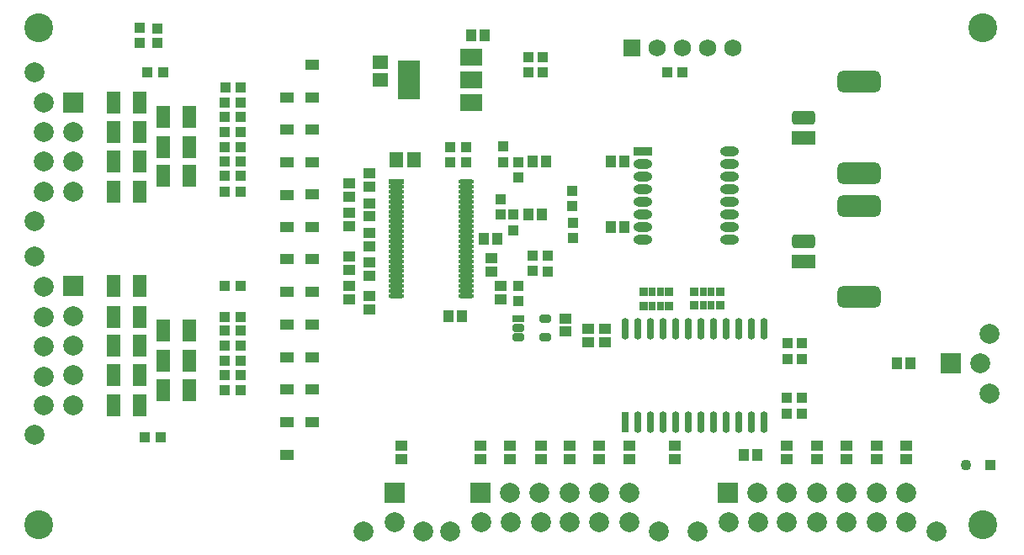
<source format=gts>
G04*
G04 #@! TF.GenerationSoftware,Altium Limited,Altium Designer,18.1.9 (240)*
G04*
G04 Layer_Color=8388736*
%FSLAX25Y25*%
%MOIN*%
G70*
G01*
G75*
%ADD41R,0.04143X0.04537*%
%ADD42R,0.04537X0.04143*%
%ADD43R,0.05603X0.04383*%
%ADD44O,0.07493X0.03792*%
%ADD45R,0.07493X0.03792*%
%ADD46R,0.04147X0.04147*%
%ADD47R,0.05288X0.08792*%
%ADD48R,0.03950X0.03950*%
%ADD49R,0.04147X0.04147*%
%ADD50R,0.06312X0.05328*%
%ADD51R,0.08674X0.15761*%
%ADD52R,0.08674X0.06706*%
%ADD53O,0.06115X0.01981*%
%ADD54R,0.06115X0.01981*%
%ADD55R,0.05328X0.06312*%
%ADD56R,0.03320X0.03556*%
%ADD57R,0.02769X0.03556*%
%ADD58R,0.02965X0.08477*%
%ADD59O,0.02965X0.08477*%
%ADD60R,0.04737X0.03162*%
G04:AMPARAMS|DCode=61|XSize=31.62mil|YSize=47.37mil|CornerRadius=9.91mil|HoleSize=0mil|Usage=FLASHONLY|Rotation=90.000|XOffset=0mil|YOffset=0mil|HoleType=Round|Shape=RoundedRectangle|*
%AMROUNDEDRECTD61*
21,1,0.03162,0.02756,0,0,90.0*
21,1,0.01181,0.04737,0,0,90.0*
1,1,0.01981,0.01378,0.00591*
1,1,0.01981,0.01378,-0.00591*
1,1,0.01981,-0.01378,-0.00591*
1,1,0.01981,-0.01378,0.00591*
%
%ADD61ROUNDEDRECTD61*%
G04:AMPARAMS|DCode=62|XSize=86.74mil|YSize=173.35mil|CornerRadius=23.68mil|HoleSize=0mil|Usage=FLASHONLY|Rotation=90.000|XOffset=0mil|YOffset=0mil|HoleType=Round|Shape=RoundedRectangle|*
%AMROUNDEDRECTD62*
21,1,0.08674,0.12598,0,0,90.0*
21,1,0.03937,0.17335,0,0,90.0*
1,1,0.04737,0.06299,0.01968*
1,1,0.04737,0.06299,-0.01968*
1,1,0.04737,-0.06299,-0.01968*
1,1,0.04737,-0.06299,0.01968*
%
%ADD62ROUNDEDRECTD62*%
%ADD63R,0.09461X0.05524*%
G04:AMPARAMS|DCode=64|XSize=55.24mil|YSize=94.61mil|CornerRadius=15.81mil|HoleSize=0mil|Usage=FLASHONLY|Rotation=90.000|XOffset=0mil|YOffset=0mil|HoleType=Round|Shape=RoundedRectangle|*
%AMROUNDEDRECTD64*
21,1,0.05524,0.06299,0,0,90.0*
21,1,0.02362,0.09461,0,0,90.0*
1,1,0.03162,0.03150,0.01181*
1,1,0.03162,0.03150,-0.01181*
1,1,0.03162,-0.03150,-0.01181*
1,1,0.03162,-0.03150,0.01181*
%
%ADD64ROUNDEDRECTD64*%
%ADD65C,0.06800*%
%ADD66R,0.06800X0.06800*%
%ADD67C,0.07887*%
%ADD68R,0.07887X0.07887*%
%ADD69R,0.07887X0.07887*%
%ADD70R,0.04343X0.04343*%
%ADD71C,0.04343*%
%ADD72C,0.11430*%
D41*
X186516Y203740D02*
D03*
X181201D02*
D03*
X241831Y127717D02*
D03*
X236516D02*
D03*
X241831Y153543D02*
D03*
X236516D02*
D03*
X289173Y37402D02*
D03*
X294488D02*
D03*
X349803Y73819D02*
D03*
X355118D02*
D03*
X172244Y92520D02*
D03*
X177559D02*
D03*
X186054Y123031D02*
D03*
X191368D02*
D03*
X203740Y132717D02*
D03*
X209055D02*
D03*
X205610Y153543D02*
D03*
X210925D02*
D03*
D42*
X353543Y35728D02*
D03*
Y41043D02*
D03*
X341732Y35728D02*
D03*
Y41043D02*
D03*
X329921Y35728D02*
D03*
Y41043D02*
D03*
X318110Y35728D02*
D03*
Y41043D02*
D03*
X306299Y35728D02*
D03*
Y41043D02*
D03*
X261811Y35728D02*
D03*
Y41043D02*
D03*
X243701Y35728D02*
D03*
Y41043D02*
D03*
X231890Y35728D02*
D03*
Y41043D02*
D03*
X220079Y35728D02*
D03*
Y41043D02*
D03*
X208661Y35728D02*
D03*
Y41043D02*
D03*
X196457Y35728D02*
D03*
Y41043D02*
D03*
X184646Y35728D02*
D03*
Y41043D02*
D03*
X153543Y35728D02*
D03*
Y41043D02*
D03*
X132874Y139764D02*
D03*
Y145079D02*
D03*
X140748Y131890D02*
D03*
Y137205D02*
D03*
X132874Y127953D02*
D03*
Y133268D02*
D03*
X140748Y120079D02*
D03*
Y125394D02*
D03*
X132874Y116142D02*
D03*
Y110827D02*
D03*
X140748Y108268D02*
D03*
Y113583D02*
D03*
X132874Y104331D02*
D03*
Y99016D02*
D03*
X140748Y100394D02*
D03*
Y95079D02*
D03*
X192913Y104331D02*
D03*
Y99016D02*
D03*
X188976Y115335D02*
D03*
Y110020D02*
D03*
X234272Y87303D02*
D03*
Y81988D02*
D03*
X227362Y87303D02*
D03*
Y81988D02*
D03*
X218504Y91535D02*
D03*
Y86221D02*
D03*
X140748Y149016D02*
D03*
Y143701D02*
D03*
D43*
X118110Y50315D02*
D03*
Y63228D02*
D03*
Y76142D02*
D03*
Y89055D02*
D03*
Y101969D02*
D03*
Y114882D02*
D03*
Y127795D02*
D03*
Y140709D02*
D03*
Y153386D02*
D03*
Y166299D02*
D03*
Y179134D02*
D03*
Y192047D02*
D03*
X108268Y37402D02*
D03*
Y50315D02*
D03*
Y63228D02*
D03*
Y76142D02*
D03*
Y89055D02*
D03*
Y101969D02*
D03*
Y114882D02*
D03*
Y127795D02*
D03*
Y140472D02*
D03*
Y153386D02*
D03*
Y166220D02*
D03*
Y179134D02*
D03*
D44*
X283465Y127717D02*
D03*
Y137716D02*
D03*
Y142717D02*
D03*
Y147716D02*
D03*
Y152717D02*
D03*
Y157717D02*
D03*
X249016Y122716D02*
D03*
Y127717D02*
D03*
Y132717D02*
D03*
Y137716D02*
D03*
Y142717D02*
D03*
Y152717D02*
D03*
Y147716D02*
D03*
X283465Y122716D02*
D03*
Y132717D02*
D03*
D45*
X249016Y157717D02*
D03*
D46*
X83661Y183071D02*
D03*
X89764D02*
D03*
X89665Y177165D02*
D03*
X83563D02*
D03*
X52953Y188976D02*
D03*
X59055D02*
D03*
X51876Y44291D02*
D03*
X57979D02*
D03*
X264764Y188976D02*
D03*
X258661D02*
D03*
X83563Y62992D02*
D03*
X89665D02*
D03*
X83563Y68898D02*
D03*
X89665D02*
D03*
X83563Y74803D02*
D03*
X89665D02*
D03*
X83563Y86614D02*
D03*
X89665D02*
D03*
X83563Y80709D02*
D03*
X89665D02*
D03*
X83563Y92126D02*
D03*
X89665D02*
D03*
X83563Y104331D02*
D03*
X89665D02*
D03*
X83563Y141732D02*
D03*
X89665D02*
D03*
X83563Y147963D02*
D03*
X89665D02*
D03*
X83563Y153543D02*
D03*
X89665D02*
D03*
X83563Y159449D02*
D03*
X89665D02*
D03*
X83563Y165354D02*
D03*
X89665D02*
D03*
X83563Y171260D02*
D03*
X89665D02*
D03*
D47*
X59055Y159449D02*
D03*
X69528D02*
D03*
X59055Y147963D02*
D03*
X69528D02*
D03*
X59055Y62992D02*
D03*
X69528D02*
D03*
X59055Y86614D02*
D03*
X69528D02*
D03*
X39370Y68898D02*
D03*
X49843D02*
D03*
X39370Y92126D02*
D03*
X49843D02*
D03*
X39370Y141732D02*
D03*
X49843D02*
D03*
X39370Y57087D02*
D03*
X49843D02*
D03*
X59055Y74803D02*
D03*
X69528D02*
D03*
X39370Y80709D02*
D03*
X49843D02*
D03*
X39370Y104331D02*
D03*
X49843D02*
D03*
Y165354D02*
D03*
X39370D02*
D03*
X49843Y153543D02*
D03*
X39370D02*
D03*
X69528Y171260D02*
D03*
X59055D02*
D03*
X49843Y177165D02*
D03*
X39370D02*
D03*
D48*
X209449Y188976D02*
D03*
Y194882D02*
D03*
X56732Y200590D02*
D03*
Y206496D02*
D03*
D49*
X203740Y195079D02*
D03*
Y188976D02*
D03*
X49843Y206693D02*
D03*
Y200591D02*
D03*
X178974Y159323D02*
D03*
Y153221D02*
D03*
X172668Y159323D02*
D03*
Y153221D02*
D03*
X205610Y110236D02*
D03*
Y116339D02*
D03*
X211614Y116240D02*
D03*
Y110138D02*
D03*
X199803Y104537D02*
D03*
Y98435D02*
D03*
X197835Y126457D02*
D03*
Y132559D02*
D03*
X192913D02*
D03*
Y138661D02*
D03*
X193898Y153445D02*
D03*
Y159547D02*
D03*
X199803Y147215D02*
D03*
Y153317D02*
D03*
X221260Y142028D02*
D03*
Y135925D02*
D03*
X221457Y123406D02*
D03*
Y129508D02*
D03*
X306102Y53839D02*
D03*
Y59941D02*
D03*
X312008Y53839D02*
D03*
Y59941D02*
D03*
X306575Y81595D02*
D03*
Y75492D02*
D03*
X312008Y81595D02*
D03*
Y75492D02*
D03*
D50*
X145079Y192913D02*
D03*
Y186024D02*
D03*
D51*
X156496D02*
D03*
D52*
X181299Y195079D02*
D03*
Y186024D02*
D03*
Y176969D02*
D03*
D53*
X179134Y100394D02*
D03*
Y102362D02*
D03*
Y104331D02*
D03*
Y106299D02*
D03*
Y108268D02*
D03*
Y110236D02*
D03*
Y112205D02*
D03*
Y114173D02*
D03*
Y116142D02*
D03*
Y118110D02*
D03*
Y120079D02*
D03*
Y122047D02*
D03*
Y124016D02*
D03*
Y125984D02*
D03*
Y127953D02*
D03*
Y129921D02*
D03*
Y131890D02*
D03*
Y133858D02*
D03*
Y135827D02*
D03*
Y137795D02*
D03*
Y139764D02*
D03*
Y141732D02*
D03*
Y143701D02*
D03*
Y145669D02*
D03*
X151575Y100394D02*
D03*
Y102362D02*
D03*
Y104331D02*
D03*
Y106299D02*
D03*
Y108268D02*
D03*
Y110236D02*
D03*
Y112205D02*
D03*
Y114173D02*
D03*
Y116142D02*
D03*
Y118110D02*
D03*
Y120079D02*
D03*
Y122047D02*
D03*
Y124016D02*
D03*
Y125984D02*
D03*
Y127953D02*
D03*
Y129921D02*
D03*
Y131890D02*
D03*
Y133858D02*
D03*
Y135827D02*
D03*
Y137795D02*
D03*
Y139764D02*
D03*
Y141732D02*
D03*
Y143701D02*
D03*
D54*
Y145669D02*
D03*
D55*
X158465Y154528D02*
D03*
X151575D02*
D03*
D56*
X279646Y102165D02*
D03*
X269567D02*
D03*
X279646Y96653D02*
D03*
X269567D02*
D03*
X259567Y101969D02*
D03*
X249488D02*
D03*
X259567Y96457D02*
D03*
X249488D02*
D03*
D57*
X276181Y102165D02*
D03*
X273031D02*
D03*
X276181Y96653D02*
D03*
X273031D02*
D03*
X256102Y101969D02*
D03*
X252953D02*
D03*
X256102Y96457D02*
D03*
X252953D02*
D03*
D58*
X242185Y50394D02*
D03*
D59*
X247185D02*
D03*
X252185D02*
D03*
X257185D02*
D03*
X262185D02*
D03*
X267185D02*
D03*
X272185D02*
D03*
X277185D02*
D03*
X282185D02*
D03*
X287185D02*
D03*
X292185D02*
D03*
X297185D02*
D03*
X242185Y87402D02*
D03*
X247185D02*
D03*
X252185D02*
D03*
X257185D02*
D03*
X262185D02*
D03*
X267185D02*
D03*
X272185D02*
D03*
X277185D02*
D03*
X282185D02*
D03*
X287185D02*
D03*
X292185D02*
D03*
X297185D02*
D03*
D60*
X199803Y91535D02*
D03*
D61*
Y87795D02*
D03*
Y84055D02*
D03*
X210630D02*
D03*
Y91535D02*
D03*
D62*
X334646Y136142D02*
D03*
Y99921D02*
D03*
Y185236D02*
D03*
Y149016D02*
D03*
D63*
X312677Y114094D02*
D03*
Y163189D02*
D03*
D64*
Y121968D02*
D03*
Y171063D02*
D03*
D65*
X284764Y198819D02*
D03*
X274764D02*
D03*
X264764D02*
D03*
X254764D02*
D03*
D66*
X244764D02*
D03*
D67*
X243701Y10630D02*
D03*
X231890D02*
D03*
X172835Y6929D02*
D03*
X255512D02*
D03*
X196457Y22441D02*
D03*
X208268D02*
D03*
X220079D02*
D03*
X243701D02*
D03*
X185039Y10630D02*
D03*
X196850D02*
D03*
X208661D02*
D03*
X231890Y22441D02*
D03*
X220079Y10630D02*
D03*
X138573Y6890D02*
D03*
X162195D02*
D03*
X150778Y10591D02*
D03*
X382874Y73819D02*
D03*
X386575Y85236D02*
D03*
Y61614D02*
D03*
X11811Y141732D02*
D03*
Y153543D02*
D03*
Y165354D02*
D03*
Y177165D02*
D03*
X23622Y141732D02*
D03*
Y153543D02*
D03*
Y165354D02*
D03*
X8110Y129921D02*
D03*
Y188976D02*
D03*
X8110Y116142D02*
D03*
Y45276D02*
D03*
X23622Y92520D02*
D03*
Y80709D02*
D03*
Y68898D02*
D03*
X11811Y103937D02*
D03*
Y92126D02*
D03*
Y80315D02*
D03*
Y68504D02*
D03*
X23622Y57087D02*
D03*
X11811D02*
D03*
X329921Y10630D02*
D03*
X318110D02*
D03*
X270866Y6929D02*
D03*
X365354D02*
D03*
X294488Y22441D02*
D03*
X306299D02*
D03*
X318110D02*
D03*
X341732D02*
D03*
X353543D02*
D03*
X283071Y10630D02*
D03*
X294882D02*
D03*
X329921Y22441D02*
D03*
X306299Y10630D02*
D03*
X341732D02*
D03*
X353543D02*
D03*
D68*
X184646Y22441D02*
D03*
X150778Y22402D02*
D03*
X282677Y22441D02*
D03*
D69*
X371063Y73819D02*
D03*
X23622Y177165D02*
D03*
X23622Y104331D02*
D03*
D70*
X386811Y33465D02*
D03*
D71*
X376969D02*
D03*
D72*
X383858Y206693D02*
D03*
X9843Y9843D02*
D03*
Y206693D02*
D03*
X383858Y9843D02*
D03*
M02*

</source>
